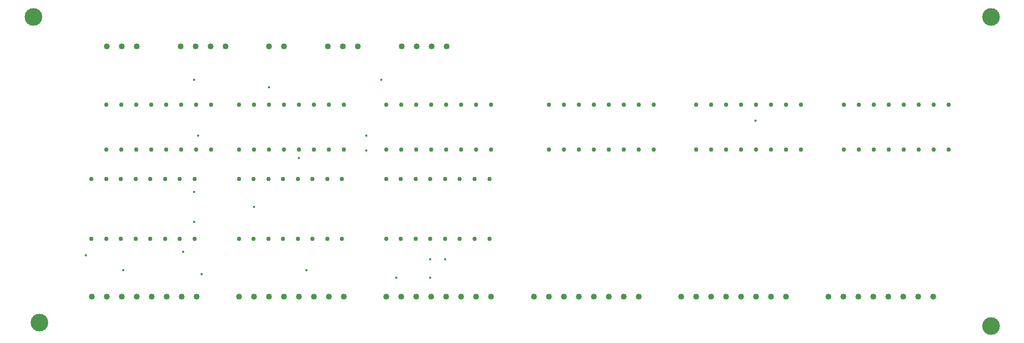
<source format=gbr>
G04 PROTEUS GERBER X2 FILE*
%TF.GenerationSoftware,Labcenter,Proteus,8.6-SP2-Build23525*%
%TF.CreationDate,2024-06-03T09:11:02+00:00*%
%TF.FileFunction,Plated,1,2,PTH*%
%TF.FilePolarity,Positive*%
%TF.Part,Single*%
%FSLAX45Y45*%
%MOMM*%
G01*
%TA.AperFunction,ViaDrill*%
%ADD32C,0.381000*%
%TA.AperFunction,MechanicalDrill*%
%ADD33C,3.000000*%
%TA.AperFunction,ComponentDrill*%
%ADD34C,0.762000*%
%TA.AperFunction,ComponentDrill*%
%ADD35C,1.016000*%
%TD.AperFunction*%
D32*
X-1841500Y-317500D03*
X-5016500Y-317500D03*
X-4889500Y-3619500D03*
X-6223000Y-3556000D03*
X-6858000Y-3302000D03*
X-5016500Y-2222500D03*
X-5016500Y-2730500D03*
X-5207000Y-3238500D03*
X-4000500Y-2476500D03*
X-3238500Y-1651000D03*
X-3111500Y-3556000D03*
X-762000Y-3365500D03*
X-1587500Y-3683000D03*
X-1016000Y-3683000D03*
X-1016000Y-3365500D03*
X-4953000Y-1270000D03*
X-2095500Y-1270000D03*
X-2095500Y-1524000D03*
X+4508500Y-1016000D03*
X-3746500Y-444500D03*
D33*
X+8500000Y+750000D03*
X+8500000Y-4500000D03*
X-7750000Y+750000D03*
X-7643000Y-4445000D03*
D34*
X+1000000Y-1500000D03*
X+1254000Y-1500000D03*
X+1508000Y-1500000D03*
X+1762000Y-1500000D03*
X+2016000Y-1500000D03*
X+2270000Y-1500000D03*
X+2524000Y-1500000D03*
X+2778000Y-1500000D03*
X+2778000Y-738000D03*
X+2524000Y-738000D03*
X+2270000Y-738000D03*
X+2016000Y-738000D03*
X+1762000Y-738000D03*
X+1508000Y-738000D03*
X+1254000Y-738000D03*
X+1000000Y-738000D03*
X+3500000Y-1500000D03*
X+3754000Y-1500000D03*
X+4008000Y-1500000D03*
X+4262000Y-1500000D03*
X+4516000Y-1500000D03*
X+4770000Y-1500000D03*
X+5024000Y-1500000D03*
X+5278000Y-1500000D03*
X+5278000Y-738000D03*
X+5024000Y-738000D03*
X+4770000Y-738000D03*
X+4516000Y-738000D03*
X+4262000Y-738000D03*
X+4008000Y-738000D03*
X+3754000Y-738000D03*
X+3500000Y-738000D03*
X+6000000Y-1500000D03*
X+6254000Y-1500000D03*
X+6508000Y-1500000D03*
X+6762000Y-1500000D03*
X+7016000Y-1500000D03*
X+7270000Y-1500000D03*
X+7524000Y-1500000D03*
X+7778000Y-1500000D03*
X+7778000Y-738000D03*
X+7524000Y-738000D03*
X+7270000Y-738000D03*
X+7016000Y-738000D03*
X+6762000Y-738000D03*
X+6508000Y-738000D03*
X+6254000Y-738000D03*
X+6000000Y-738000D03*
D35*
X-6500760Y+250000D03*
X-6246760Y+250000D03*
X-5992760Y+250000D03*
X+742000Y-4000000D03*
X+996000Y-4000000D03*
X+1250000Y-4000000D03*
X+1504000Y-4000000D03*
X+1758000Y-4000000D03*
X+2012000Y-4000000D03*
X+2266000Y-4000000D03*
X+2520000Y-4000000D03*
X-6758000Y-4000000D03*
X-6504000Y-4000000D03*
X-6250000Y-4000000D03*
X-5996000Y-4000000D03*
X-5742000Y-4000000D03*
X-5488000Y-4000000D03*
X-5234000Y-4000000D03*
X-4980000Y-4000000D03*
D34*
X-6512000Y-1500000D03*
X-6258000Y-1500000D03*
X-6004000Y-1500000D03*
X-5750000Y-1500000D03*
X-5496000Y-1500000D03*
X-5242000Y-1500000D03*
X-4988000Y-1500000D03*
X-4734000Y-1500000D03*
X-4734000Y-738000D03*
X-4988000Y-738000D03*
X-5242000Y-738000D03*
X-5496000Y-738000D03*
X-5750000Y-738000D03*
X-6004000Y-738000D03*
X-6258000Y-738000D03*
X-6512000Y-738000D03*
X-4262000Y-1500000D03*
X-4008000Y-1500000D03*
X-3754000Y-1500000D03*
X-3500000Y-1500000D03*
X-3246000Y-1500000D03*
X-2992000Y-1500000D03*
X-2738000Y-1500000D03*
X-2484000Y-1500000D03*
X-2484000Y-738000D03*
X-2738000Y-738000D03*
X-2992000Y-738000D03*
X-3246000Y-738000D03*
X-3500000Y-738000D03*
X-3754000Y-738000D03*
X-4008000Y-738000D03*
X-4262000Y-738000D03*
X-1762000Y-1500000D03*
X-1508000Y-1500000D03*
X-1254000Y-1500000D03*
X-1000000Y-1500000D03*
X-746000Y-1500000D03*
X-492000Y-1500000D03*
X-238000Y-1500000D03*
X+16000Y-1500000D03*
X+16000Y-738000D03*
X-238000Y-738000D03*
X-492000Y-738000D03*
X-746000Y-738000D03*
X-1000000Y-738000D03*
X-1254000Y-738000D03*
X-1508000Y-738000D03*
X-1762000Y-738000D03*
D35*
X-4258000Y-4000000D03*
X-4004000Y-4000000D03*
X-3750000Y-4000000D03*
X-3496000Y-4000000D03*
X-3242000Y-4000000D03*
X-2988000Y-4000000D03*
X-2734000Y-4000000D03*
X-2480000Y-4000000D03*
X-1758000Y-4000000D03*
X-1504000Y-4000000D03*
X-1250000Y-4000000D03*
X-996000Y-4000000D03*
X-742000Y-4000000D03*
X-488000Y-4000000D03*
X-234000Y-4000000D03*
X+20000Y-4000000D03*
D34*
X-6762000Y-2000000D03*
X-6762000Y-3016000D03*
X-6512000Y-2000000D03*
X-6512000Y-3016000D03*
X-6262000Y-2000000D03*
X-6262000Y-3016000D03*
X-6012000Y-2000000D03*
X-6012000Y-3016000D03*
X-5762000Y-2000000D03*
X-5762000Y-3016000D03*
X-5512000Y-2000000D03*
X-5512000Y-3016000D03*
X-5262000Y-2000000D03*
X-5262000Y-3016000D03*
X-5012000Y-2000000D03*
X-5012000Y-3016000D03*
X-4262000Y-2000000D03*
X-4262000Y-3016000D03*
X-4012000Y-2000000D03*
X-4012000Y-3016000D03*
X-3762000Y-2000000D03*
X-3762000Y-3016000D03*
X-3512000Y-2000000D03*
X-3512000Y-3016000D03*
X-3262000Y-2000000D03*
X-3262000Y-3016000D03*
X-3012000Y-2000000D03*
X-3012000Y-3016000D03*
X-2762000Y-2000000D03*
X-2762000Y-3016000D03*
X-2512000Y-2000000D03*
X-2512000Y-3016000D03*
X-1762000Y-2000000D03*
X-1762000Y-3016000D03*
X-1512000Y-2000000D03*
X-1512000Y-3016000D03*
X-1262000Y-2000000D03*
X-1262000Y-3016000D03*
X-1012000Y-2000000D03*
X-1012000Y-3016000D03*
X-762000Y-2000000D03*
X-762000Y-3016000D03*
X-512000Y-2000000D03*
X-512000Y-3016000D03*
X-262000Y-2000000D03*
X-262000Y-3016000D03*
X-12000Y-2000000D03*
X-12000Y-3016000D03*
D35*
X+3242000Y-4000000D03*
X+3496000Y-4000000D03*
X+3750000Y-4000000D03*
X+4004000Y-4000000D03*
X+4258000Y-4000000D03*
X+4512000Y-4000000D03*
X+4766000Y-4000000D03*
X+5020000Y-4000000D03*
X+5742000Y-4000000D03*
X+5996000Y-4000000D03*
X+6250000Y-4000000D03*
X+6504000Y-4000000D03*
X+6758000Y-4000000D03*
X+7012000Y-4000000D03*
X+7266000Y-4000000D03*
X+7520000Y-4000000D03*
X-5250000Y+250000D03*
X-4996000Y+250000D03*
X-4742000Y+250000D03*
X-4488000Y+250000D03*
X-3750000Y+250000D03*
X-3496000Y+250000D03*
X-2750000Y+250000D03*
X-2496000Y+250000D03*
X-2242000Y+250000D03*
X-1500000Y+250000D03*
X-1246000Y+250000D03*
X-992000Y+250000D03*
X-738000Y+250000D03*
M02*

</source>
